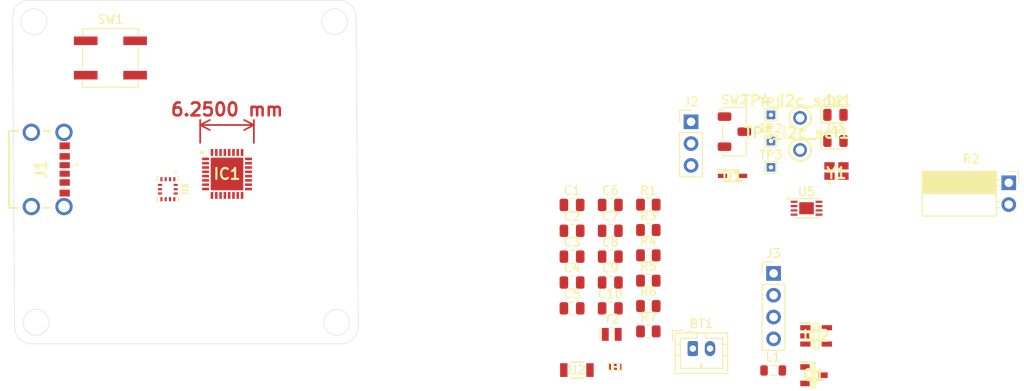
<source format=kicad_pcb>
(kicad_pcb (version 20240108) (generator "pcbnew") (generator_version "8.0")
  (layers (0 "F.Cu" signal) (31 "B.Cu" signal) (34 "B.Paste" user) (35 "F.Paste" user) (36 "B.SilkS" user "B.Silkscreen") (37 "F.SilkS" user "F.Silkscreen") (38 "B.Mask" user) (39 "F.Mask" user) (44 "Edge.Cuts" user))
  (net 0 "")
  (net 1 "GND")
  (net 2 "/VBAT+")
  (net 3 "/RCC_OSC32_IN")
  (net 4 "/RCC_OSC32_OUT")
  (net 5 "/NRST")
  (net 6 "/RF1")
  (net 7 "Net-(U1-IN)")
  (net 8 "Net-(D1-K)")
  (net 9 "Net-(IC1-VCAP)")
  (net 10 "+3.3V")
  (net 11 "/VBUS")
  (net 12 "Net-(D2-A)")
  (net 13 "Net-(D3-A)")
  (net 14 "/USART1_RX")
  (net 15 "/INT1")
  (net 17 "/LPUSART1_RX")
  (net 18 "/LED0")
  (net 19 "/LED1")
  (net 20 "/OSCIN")
  (net 22 "/STAT")
  (net 23 "/USART1_TX")
  (net 24 "/SWDIO")
  (net 26 "/OSCOUT")
  (net 27 "/ADC1_P")
  (net 28 "/SWCLK")
  (net 29 "/LPUSART1_TX")
  (net 30 "/I2C1_SDA")
  (net 32 "/I2C1_SCL")
  (net 33 "Net-(IC2-EN)")
  (net 36 "Net-(J1-CC2)")
  (net 38 "Net-(J1-CC1)")
  (net 41 "Net-(U5-PROG)")
  (net 42 "Net-(U1-OUT)")
  (footprint "A_wearables:DLF-4_1P6X0P8" (layer "F.Cu") (at 129.9657 97.5493)
    (property "Reference" "U1" (at 0 0 0) (layer "F.SilkS"))
    (property "Value" "DLF162500LT-5028A1")
    (pad "1" smd rect (at -0.6096 0) (size 0.2794 0.7112) (layers "F.Cu" "F.Paste" "F.Mask") (net 7 "Net-(U1-IN)"))
    (pad "2" smd rect (at 0 -0.2286 90) (size 0.254 0.4572) (layers "F.Cu" "F.Paste" "F.Mask") (net 1 "GND"))
    (pad "3" smd rect (at 0.6096 0) (size 0.2794 0.7112) (layers "F.Cu" "F.Paste" "F.Mask") (net 42 "Net-(U1-OUT)"))
    (pad "4" smd rect (at 0 0.2286 90) (size 0.254 0.4572) (layers "F.Cu" "F.Paste" "F.Mask") (net 1 "GND"))
  )
  (footprint "Resistor_SMD:R_0805_2012Metric" (layer "F.Cu") (at 133.845 78.675)
    (property "Reference" "R1" (at 0 -1.65 0) (layer "F.SilkS"))
    (property "Value" "10k")
    (fp_line (start -0.227064 -0.735) (end 0.227064 -0.735) (stroke (width 0.12)) (layer "F.SilkS"))
    (fp_line (start -0.227064 0.735) (end 0.227064 0.735) (stroke (width 0.12)) (layer "F.SilkS"))
    (pad "1" smd roundrect (at -0.9125 0) (size 1.025 1.4) (layers "F.Cu" "F.Paste" "F.Mask") (roundrect_rratio 0.243902) (net 10 "+3.3V"))
    (pad "2" smd roundrect (at 0.9125 0) (size 1.025 1.4) (layers "F.Cu" "F.Paste" "F.Mask") (roundrect_rratio 0.243902) (net 27 "/ADC1_P"))
  )
  (footprint "Connector_PinHeader_2.54mm:PinHeader_1x04_P2.54mm_Vertical" (layer "F.Cu") (at 148.425 86.675)
    (property "Reference" "J3" (at 0 -2.33 0) (layer "F.SilkS"))
    (property "Value" "Conn_01x04")
    (fp_line (start -1.33 -1.33) (end 0 -1.33) (stroke (width 0.12)) (layer "F.SilkS"))
    (fp_line (start -1.33 0) (end -1.33 -1.33) (stroke (width 0.12)) (layer "F.SilkS"))
    (fp_line (start -1.33 1.27) (end -1.33 8.95) (stroke (width 0.12)) (layer "F.SilkS"))
    (fp_line (start -1.33 1.27) (end 1.33 1.27) (stroke (width 0.12)) (layer "F.SilkS"))
    (fp_line (start -1.33 8.95) (end 1.33 8.95) (stroke (width 0.12)) (layer "F.SilkS"))
    (fp_line (start 1.33 1.27) (end 1.33 8.95) (stroke (width 0.12)) (layer "F.SilkS"))
    (pad "1" thru_hole rect (at 0 0) (size 1.7 1.7) (drill 1) (layers "*.Cu" "*.Mask") (net 24 "/SWDIO"))
    (pad "2" thru_hole oval (at 0 2.54) (size 1.7 1.7) (drill 1) (layers "*.Cu" "*.Mask") (net 28 "/SWCLK"))
    (pad "3" thru_hole oval (at 0 5.08) (size 1.7 1.7) (drill 1) (layers "*.Cu" "*.Mask") (net 10 "+3.3V"))
    (pad "4" thru_hole oval (at 0 7.62) (size 1.7 1.7) (drill 1) (layers "*.Cu" "*.Mask") (net 1 "GND"))
  )
  (footprint "A_wearables:5000" (layer "F.Cu") (at 151.51 72.31)
    (property "Reference" "TP5_i2c_scl1" (at -0.392 -1.99 0) (layer "F.SilkS") (effects (font (size 1.27 1.27) (thickness 0.254))))
    (property "Value" "TestPoint" (hide yes))
    (fp_circle (center 0 0) (end 0 1.27) (stroke (width 0.2)) (fill none) (layer "F.SilkS"))
    (pad "1" thru_hole circle (at 0 0) (size 1.6 1.6) (drill 1.02) (layers "*.Cu" "*.Mask") (net 32 "/I2C1_SCL"))
  )
  (footprint "LED_SMD:LED_0805_2012Metric" (layer "F.Cu") (at 155.625 68.22)
    (property "Reference" "D2" (at 0 -1.65 0) (layer "F.SilkS"))
    (property "Value" "LED")
    (fp_line (start -1.685 -0.96) (end -1.685 0.96) (stroke (width 0.12)) (layer "F.SilkS"))
    (fp_line (start -1.685 0.96) (end 1 0.96) (stroke (width 0.12)) (layer "F.SilkS"))
    (fp_line (start 1 -0.96) (end -1.685 -0.96) (stroke (width 0.12)) (layer "F.SilkS"))
    (pad "1" smd roundrect (at -0.9375 0) (size 0.975 1.4) (layers "F.Cu" "F.Paste" "F.Mask") (net 1 "GND"))
    (pad "2" smd roundrect (at 0.9375 0) (size 0.975 1.4) (layers "F.Cu" "F.Paste" "F.Mask") (net 12 "Net-(D2-A)"))
  )
  (footprint "Capacitor_SMD:C_0805_2012Metric" (layer "F.Cu") (at 129.415 81.715)
    (property "Reference" "C7" (at 0 -1.68 0) (layer "F.SilkS"))
    (property "Value" "0.1uF")
    (fp_line (start -0.261252 -0.735) (end 0.261252 -0.735) (stroke (width 0.12)) (layer "F.SilkS"))
    (fp_line (start -0.261252 0.735) (end 0.261252 0.735) (stroke (width 0.12)) (layer "F.SilkS"))
    (pad "1" smd roundrect (at -0.95 0) (size 1 1.45) (layers "F.Cu" "F.Paste" "F.Mask") (net 1 "GND"))
    (pad "2" smd roundrect (at 0.95 0) (size 1 1.45) (layers "F.Cu" "F.Paste" "F.Mask") (net 9 "Net-(IC1-VCAP)"))
  )
  (footprint "Connector_PinSocket_2.54mm:PinSocket_1x02_P2.54mm_Horizontal" (layer "F.Cu") (at 175.8 76.125)
    (property "Reference" "R2" (at -4.38 -2.77 0) (layer "F.SilkS"))
    (property "Value" "R_Variable")
    (fp_line (start -10.09 -1.33) (end -10.09 3.87) (stroke (width 0.12)) (layer "F.SilkS"))
    (fp_line (start -10.09 -1.33) (end -1.46 -1.33) (stroke (width 0.12)) (layer "F.SilkS"))
    (fp_line (start -10.09 -1.21) (end -1.46 -1.21) (stroke (width 0.12)) (layer "F.SilkS"))
    (fp_line (start -10.09 -1.091905) (end -1.46 -1.091905) (stroke (width 0.12)) (layer "F.SilkS"))
    (fp_line (start -10.09 -0.97381) (end -1.46 -0.97381) (stroke (width 0.12)) (layer "F.SilkS"))
    (fp_line (start -10.09 -0.855715) (end -1.46 -0.855715) (stroke (width 0.12)) (layer "F.SilkS"))
    (fp_line (start -10.09 -0.73762) (end -1.46 -0.73762) (stroke (width 0.12)) (layer "F.SilkS"))
    (fp_line (start -10.09 -0.619525) (end -1.46 -0.619525) (stroke (width 0.12)) (layer "F.SilkS"))
    (fp_line (start -10.09 -0.50143) (end -1.46 -0.50143) (stroke (width 0.12)) (layer "F.SilkS"))
    (fp_line (start -10.09 -0.383335) (end -1.46 -0.383335) (stroke (width 0.12)) (layer "F.SilkS"))
    (fp_line (start -10.09 -0.26524) (end -1.46 -0.26524) (stroke (width 0.12)) (layer "F.SilkS"))
    (fp_line (start -10.09 -0.147145) (end -1.46 -0.147145) (stroke (width 0.12)) (layer "F.SilkS"))
    (fp_line (start -10.09 -0.02905) (end -1.46 -0.02905) (stroke (width 0.12)) (layer "F.SilkS"))
    (fp_line (start -10.09 0.089045) (end -1.46 0.089045) (stroke (width 0.12)) (layer "F.SilkS"))
    (fp_line (start -10.09 0.20714) (end -1.46 0.20714) (stroke (width 0.12)) (layer "F.SilkS"))
    (fp_line (start -10.09 0.325235) (end -1.46 0.325235) (stroke (width 0.12)) (layer "F.SilkS"))
    (fp_line (start -10.09 0.44333) (end -1.46 0.44333) (stroke (width 0.12)) (layer "F.SilkS"))
    (fp_line (start -10.09 0.561425) (end -1.46 0.561425) (stroke (width 0.12)) (layer "F.SilkS"))
    (fp_line (start -10.09 0.67952) (end -1.46 0.67952) (stroke (width 0.12)) (layer "F.SilkS"))
    (fp_line (start -10.09 0.797615) (end -1.46 0.797615) (stroke (width 0.12)) (layer "F.SilkS"))
    (fp_line (start -10.09 0.91571) (end -1.46 0.91571) (stroke (width 0.12)) (layer "F.SilkS"))
    (fp_line (start -10.09 1.033805) (end -1.46 1.033805) (stroke (width 0.12)) (layer "F.SilkS"))
    (fp_line (start -10.09 1.1519) (end -1.46 1.1519) (stroke (width 0.12)) (layer "F.SilkS"))
    (fp_line (start -10.09 1.27) (end -1.46 1.27) (stroke (width 0.12)) (layer "F.SilkS"))
    (fp_line (start -10.09 3.87) (end -1.46 3.87) (stroke (width 0.12)) (layer "F.SilkS"))
    (fp_line (start -1.46 -1.33) (end -1.46 3.87) (stroke (width 0.12)) (layer "F.SilkS"))
    (fp_line (start -1.46 -0.36) (end -1.11 -0.36) (stroke (width 0.12)) (layer "F.SilkS"))
    (fp_line (start -1.46 0.36) (end -1.11 0.36) (stroke (width 0.12)) (layer "F.SilkS"))
    (fp_line (start -1.46 2.18) (end -1.05 2.18) (stroke (width 0.12)) (layer "F.SilkS"))
    (fp_line (start -1.46 2.9) (end -1.05 2.9) (stroke (width 0.12)) (layer "F.SilkS"))
    (fp_line (start 0 -1.33) (end 1.11 -1.33) (stroke (width 0.12)) (layer "F.SilkS"))
    (fp_line (start 1.11 -1.33) (end 1.11 0) (stroke (width 0.12)) (layer "F.SilkS"))
    (pad "1" thru_hole rect (at 0 0) (size 1.7 1.7) (drill 1) (layers "*.Cu" "*.Mask") (net 27 "/ADC1_P"))
    (pad "2" thru_hole oval (at 0 2.54) (size 1.7 1.7) (drill 1) (layers "*.Cu" "*.Mask") (net 1 "GND"))
  )
  (footprint "Resistor_SMD:R_0805_2012Metric" (layer "F.Cu") (at 133.845 90.475)
    (property "Reference" "R6" (at 0 -1.65 0) (layer "F.SilkS"))
    (property "Value" "300")
    (fp_line (start -0.227064 -0.735) (end 0.227064 -0.735) (stroke (width 0.12)) (layer "F.SilkS"))
    (fp_line (start -0.227064 0.735) (end 0.227064 0.735) (stroke (width 0.12)) (layer "F.SilkS"))
    (pad "1" smd roundrect (at -0.9125 0) (size 1.025 1.4) (layers "F.Cu" "F.Paste" "F.Mask") (roundrect_rratio 0.243902) (net 19 "/LED1"))
    (pad "2" smd roundrect (at 0.9125 0) (size 1.025 1.4) (layers "F.Cu" "F.Paste" "F.Mask") (roundrect_rratio 0.243902) (net 12 "Net-(D2-A)"))
  )
  (footprint "Capacitor_SMD:C_0805_2012Metric" (layer "F.Cu") (at 129.415 90.745)
    (property "Reference" "C10" (at 0 -1.68 0) (layer "F.SilkS"))
    (property "Value" "0.1uF")
    (fp_line (start -0.261252 -0.735) (end 0.261252 -0.735) (stroke (width 0.12)) (layer "F.SilkS"))
    (fp_line (start -0.261252 0.735) (end 0.261252 0.735) (stroke (width 0.12)) (layer "F.SilkS"))
    (pad "1" smd roundrect (at -0.95 0) (size 1 1.45) (layers "F.Cu" "F.Paste" "F.Mask") (net 10 "+3.3V"))
    (pad "2" smd roundrect (at 0.95 0) (size 1 1.45) (layers "F.Cu" "F.Paste" "F.Mask") (net 1 "GND"))
  )
  (footprint "Button_Switch_SMD:SW_SPST_B3SL-1002P" (layer "F.Cu") (at 71.225 61.6)
    (property "Reference" "SW1" (at 0 -4.5 0) (layer "F.SilkS"))
    (property "Value" "Reset")
    (fp_line (start -3.25 -3.4) (end -3.25 -2.75) (stroke (width 0.12)) (layer "F.SilkS"))
    (fp_line (start -3.25 -1.25) (end -3.25 1.25) (stroke (width 0.12)) (layer "F.SilkS"))
    (fp_line (start -3.25 3.4) (end -3.25 2.75) (stroke (width 0.12)) (layer "F.SilkS"))
    (fp_line (start 3.25 -3.4) (end -3.25 -3.4) (stroke (width 0.12)) (layer "F.SilkS"))
    (fp_line (start 3.25 -2.75) (end 3.25 -3.4) (stroke (width 0.12)) (layer "F.SilkS"))
    (fp_line (start 3.25 -1.25) (end 3.25 1.25) (stroke (width 0.12)) (layer "F.SilkS"))
    (fp_line (start 3.25 2.75) (end 3.25 3.4) (stroke (width 0.12)) (layer "F.SilkS"))
    (fp_line (start 3.25 3.4) (end -3.25 3.4) (stroke (width 0.12)) (layer "F.SilkS"))
    (pad "1" smd rect (at -2.875 -2) (size 2.75 1) (layers "F.Cu" "F.Paste" "F.Mask") (net 5 "/NRST"))
    (pad "1" smd rect (at 2.875 -2) (size 2.75 1) (layers "F.Cu" "F.Paste" "F.Mask") (net 5 "/NRST"))
    (pad "2" smd rect (at -2.875 2) (size 2.75 1) (layers "F.Cu" "F.Paste" "F.Mask") (net 1 "GND"))
    (pad "2" smd rect (at 2.875 2) (size 2.75 1) (layers "F.Cu" "F.Paste" "F.Mask") (net 1 "GND"))
  )
  (footprint "Connector_PinHeader_2.54mm:PinHeader_1x03_P2.54mm_Vertical" (layer "F.Cu") (at 138.815 69.025)
    (property "Reference" "J2" (at 0 -2.33 0) (layer "F.SilkS"))
    (property "Value" "Conn_01x03")
    (fp_line (start -1.33 -1.33) (end 0 -1.33) (stroke (width 0.12)) (layer "F.SilkS"))
    (fp_line (start -1.33 0) (end -1.33 -1.33) (stroke (width 0.12)) (layer "F.SilkS"))
    (fp_line (start -1.33 1.27) (end -1.33 6.41) (stroke (width 0.12)) (layer "F.SilkS"))
    (fp_line (start -1.33 1.27) (end 1.33 1.27) (stroke (width 0.12)) (layer "F.SilkS"))
    (fp_line (start -1.33 6.41) (end 1.33 6.41) (stroke (width 0.12)) (layer "F.SilkS"))
    (fp_line (start 1.33 1.27) (end 1.33 6.41) (stroke (width 0.12)) (layer "F.SilkS"))
    (pad "1" thru_hole rect (at 0 0) (size 1.7 1.7) (drill 1) (layers "*.Cu" "*.Mask") (net 23 "/USART1_TX"))
    (pad "2" thru_hole oval (at 0 2.54) (size 1.7 1.7) (drill 1) (layers "*.Cu" "*.Mask") (net 14 "/USART1_RX"))
    (pad "3" thru_hole oval (at 0 5.08) (size 1.7 1.7) (drill 1) (layers "*.Cu" "*.Mask") (net 1 "GND"))
  )
  (footprint "Resistor_SMD:R_0805_2012Metric" (layer "F.Cu") (at 133.845 84.575)
    (property "Reference" "R4" (at 0 -1.65 0) (layer "F.SilkS"))
    (property "Value" "5.1k")
    (fp_line (start -0.227064 -0.735) (end 0.227064 -0.735) (stroke (width 0.12)) (layer "F.SilkS"))
    (fp_line (start -0.227064 0.735) (end 0.227064 0.735) (stroke (width 0.12)) (layer "F.SilkS"))
    (pad "1" smd roundrect (at -0.9125 0) (size 1.025 1.4) (layers "F.Cu" "F.Paste" "F.Mask") (roundrect_rratio 0.243902) (net 38 "Net-(J1-CC1)"))
    (pad "2" smd roundrect (at 0.9125 0) (size 1.025 1.4) (layers "F.Cu" "F.Paste" "F.Mask") (roundrect_rratio 0.243902) (net 1 "GND"))
  )
  (footprint "Connector_JST:JST_PH_B2B-PH-K_1x02_P2.00mm_Vertical" (layer "F.Cu") (at 139.025 95.425)
    (property "Reference" "BT1" (at 1 -2.9 0) (layer "F.SilkS"))
    (property "Value" "Battery_Cell")
    (fp_line (start -2.36 -2.11) (end -2.36 -0.86) (stroke (width 0.12)) (layer "F.SilkS"))
    (fp_line (start -2.06 -1.81) (end -2.06 2.91) (stroke (width 0.12)) (layer "F.SilkS"))
    (fp_line (start -2.06 -0.5) (end -1.45 -0.5) (stroke (width 0.12)) (layer "F.SilkS"))
    (fp_line (start -2.06 0.8) (end -1.45 0.8) (stroke (width 0.12)) (layer "F.SilkS"))
    (fp_line (start -2.06 2.91) (end 4.06 2.91) (stroke (width 0.12)) (layer "F.SilkS"))
    (fp_line (start -1.45 -1.2) (end -1.45 2.3) (stroke (width 0.12)) (layer "F.SilkS"))
    (fp_line (start -1.45 2.3) (end 3.45 2.3) (stroke (width 0.12)) (layer "F.SilkS"))
    (fp_line (start -1.11 -2.11) (end -2.36 -2.11) (stroke (width 0.12)) (layer "F.SilkS"))
    (fp_line (start -0.6 -2.01) (end -0.6 -1.81) (stroke (width 0.12)) (layer "F.SilkS"))
    (fp_line (start -0.3 -2.01) (end -0.6 -2.01) (stroke (width 0.12)) (layer "F.SilkS"))
    (fp_line (start -0.3 -1.91) (end -0.6 -1.91) (stroke (width 0.12)) (layer "F.SilkS"))
    (fp_line (start -0.3 -1.81) (end -0.3 -2.01) (stroke (width 0.12)) (layer "F.SilkS"))
    (fp_line (start 0.5 -1.81) (end 0.5 -1.2) (stroke (width 0.12)) (layer "F.SilkS"))
    (fp_line (start 0.5 -1.2) (end -1.45 -1.2) (stroke (width 0.12)) (layer "F.SilkS"))
    (fp_line (start 0.9 1.8) (end 1.1 1.8) (stroke (width 0.12)) (layer "F.SilkS"))
    (fp_line (start 0.9 2.3) (end 0.9 1.8) (stroke (width 0.12)) (layer "F.SilkS"))
    (fp_line (start 1 2.3) (end 1 1.8) (stroke (width 0.12)) (layer "F.SilkS"))
    (fp_line (start 1.1 1.8) (end 1.1 2.3) (stroke (width 0.12)) (layer "F.SilkS"))
    (fp_line (start 1.5 -1.2) (end 1.5 -1.81) (stroke (width 0.12)) (layer "F.SilkS"))
    (fp_line (start 3.45 -1.2) (end 1.5 -1.2) (stroke (width 0.12)) (layer "F.SilkS"))
    (fp_line (start 3.45 2.3) (end 3.45 -1.2) (stroke (width 0.12)) (layer "F.SilkS"))
    (fp_line (start 4.06 -1.81) (end -2.06 -1.81) (stroke (width 0.12)) (layer "F.SilkS"))
    (fp_line (start 4.06 -0.5) (end 3.45 -0.5) (stroke (width 0.12)) (layer "F.SilkS"))
    (fp_line (start 4.06 0.8) (end 3.45 0.8) (stroke (width 0.12)) (layer "F.SilkS"))
    (fp_line (start 4.06 2.91) (end 4.06 -1.81) (stroke (width 0.12)) (layer "F.SilkS"))
    (pad "1" thru_hole roundrect (at 0 0) (size 1.2 1.75) (drill 0.75) (layers "*.Cu" "*.Mask") (roundrect_rratio 0.208333) (net 2 "/VBAT+"))
    (pad "2" thru_hole oval (at 2 0) (size 1.2 1.75) (drill 0.75) (layers "*.Cu" "*.Mask") (net 1 "GND"))
  )
  (footprint "Crystal:Crystal_SMD_MicroCrystal_CC8V-T1A-2Pin_2.0x1.2mm" (layer "F.Cu") (at 129.585 93.775)
    (property "Reference" "Y2" (at 0 -1.8 0) (layer "F.SilkS"))
    (property "Value" "Crystal")
    (fp_line (start -1.35 -0.75) (end -1.35 0.75) (stroke (width 0.12)) (layer "F.SilkS"))
    (fp_line (start -0.15 -0.8) (end 0.15 -0.8) (stroke (width 0.12)) (layer "F.SilkS"))
    (fp_line (start -0.15 0.8) (end 0.15 0.8) (stroke (width 0.12)) (layer "F.SilkS"))
    (pad "1" smd rect (at -0.75 0) (size 0.8 1.5) (layers "F.Cu" "F.Paste" "F.Mask") (net 3 "/RCC_OSC32_IN"))
    (pad "2" smd rect (at 0.75 0) (size 0.8 1.5) (layers "F.Cu" "F.Paste" "F.Mask") (net 4 "/RCC_OSC32_OUT"))
  )
  (footprint "TestPoint:TestPoint_THTPad_1.0x1.0mm_Drill0.5mm" (layer "F.Cu") (at 148.115 74.325)
    (property "Reference" "TP3" (at 0 -1.448 0) (layer "F.SilkS"))
    (property "Value" "TestPoint")
    (fp_line (start -0.7 -0.7) (end 0.7 -0.7) (stroke (width 0.12)) (layer "F.SilkS"))
    (fp_line (start -0.7 0.7) (end -0.7 -0.7) (stroke (width 0.12)) (layer "F.SilkS"))
    (fp_line (start 0.7 -0.7) (end 0.7 0.7) (stroke (width 0.12)) (layer "F.SilkS"))
    (fp_line (start 0.7 0.7) (end -0.7 0.7) (stroke (width 0.12)) (layer "F.SilkS"))
    (pad "1" thru_hole rect (at 0 0) (size 1 1) (drill 0.5) (layers "*.Cu" "*.Mask") (net 8 "Net-(D1-K)"))
  )
  (footprint "Resistor_SMD:R_0805_2012Metric" (layer "F.Cu") (at 133.845 93.425)
    (property "Reference" "R7" (at 0 -1.65 0) (layer "F.SilkS"))
    (property "Value" "300")
    (fp_line (start -0.227064 -0.735) (end 0.227064 -0.735) (stroke (width 0.12)) (layer "F.SilkS"))
    (fp_line (start -0.227064 0.735) (end 0.227064 0.735) (stroke (width 0.12)) (layer "F.SilkS"))
    (pad "1" smd roundrect (at -0.9125 0) (size 1.025 1.4) (layers "F.Cu" "F.Paste" "F.Mask") (roundrect_rratio 0.243902) (net 18 "/LED0"))
    (pad "2" smd roundrect (at 0.9125 0) (size 1.025 1.4) (layers "F.Cu" "F.Paste" "F.Mask") (roundrect_rratio 0.243902) (net 13 "Net-(D3-A)"))
  )
  (footprint "Capacitor_SMD:C_0805_2012Metric" (layer "F.Cu") (at 129.415 84.725)
    (property "Reference" "C8" (at 0 -1.68 0) (layer "F.SilkS"))
    (property "Value" "4.7uF")
    (fp_line (start -0.261252 -0.735) (end 0.261252 -0.735) (stroke (width 0.12)) (layer "F.SilkS"))
    (fp_line (start -0.261252 0.735) (end 0.261252 0.735) (stroke (width 0.12)) (layer "F.SilkS"))
    (pad "1" smd roundrect (at -0.95 0) (size 1 1.45) (layers "F.Cu" "F.Paste" "F.Mask") (net 10 "+3.3V"))
    (pad "2" smd roundrect (at 0.95 0) (size 1 1.45) (layers "F.Cu" "F.Paste" "F.Mask") (net 1 "GND"))
  )
  (footprint "LED_SMD:LED_0805_2012Metric" (layer "F.Cu") (at 155.625 71.26)
    (property "Reference" "D3" (at 0 -1.65 0) (layer "F.SilkS"))
    (property "Value" "LED")
    (fp_line (start -1.685 -0.96) (end -1.685 0.96) (stroke (width 0.12)) (layer "F.SilkS"))
    (fp_line (start -1.685 0.96) (end 1 0.96) (stroke (width 0.12)) (layer "F.SilkS"))
    (fp_line (start 1 -0.96) (end -1.685 -0.96) (stroke (width 0.12)) (layer "F.SilkS"))
    (pad "1" smd roundrect (at -0.9375 0) (size 0.975 1.4) (layers "F.Cu" "F.Paste" "F.Mask") (net 1 "GND"))
    (pad "2" smd roundrect (at 0.9375 0) (size 0.975 1.4) (layers "F.Cu" "F.Paste" "F.Mask") (net 13 "Net-(D3-A)"))
  )
  (footprint "Resistor_SMD:R_0805_2012Metric" (layer "F.Cu") (at 133.845 81.625)
    (property "Reference" "R3" (at 0 -1.65 0) (layer "F.SilkS"))
    (property "Value" "10k")
    (fp_line (start -0.227064 -0.735) (end 0.227064 -0.735) (stroke (width 0.12)) (layer "F.SilkS"))
    (fp_line (start -0.227064 0.735) (end 0.227064 0.735) (stroke (width 0.12)) (layer "F.SilkS"))
    (pad "1" smd roundrect (at -0.9125 0) (size 1.025 1.4) (layers "F.Cu" "F.Paste" "F.Mask") (roundrect_rratio 0.243902) (net 41 "Net-(U5-PROG)"))
    (pad "2" smd roundrect (at 0.9125 0) (size 1.025 1.4) (layers "F.Cu" "F.Paste" "F.Mask") (roundrect_rratio 0.243902) (net 1 "GND"))
  )
  (footprint "A_wearables:2450AT18A100E_JOT" (layer "F.Cu") (at 125.525801 97.9303)
    (property "Reference" "U2" (at 0 0 0) (layer "F.SilkS"))
    (property "Value" "2450AT18A100E")
    (fp_line (start -0.784451 0.9271) (end 0.784451 0.9271) (stroke (width 0.1524)) (layer "F.SilkS"))
    (fp_line (start 0.784451 -0.9271) (end -0.784451 -0.9271) (stroke (width 0.1524)) (layer "F.SilkS"))
    (pad "1" smd rect (at -1.523801 0) (size 0.8636 1.6002) (layers "F.Cu" "F.Paste" "F.Mask") (net 42 "Net-(U1-OUT)"))
    (pad "2" smd rect (at 1.523801 0) (size 0.8636 1.6002) (layers "F.Cu" "F.Paste" "F.Mask"))
  )
  (footprint "Capacitor_SMD:C_0805_2012Metric" (layer "F.Cu") (at 124.965 87.735)
    (property "Reference" "C4" (at 0 -1.68 0) (layer "F.SilkS"))
    (property "Value" "0.8pF")
    (fp_line (start -0.261252 -0.735) (end 0.261252 -0.735) (stroke (width 0.12)) (layer "F.SilkS"))
    (fp_line (start -0.261252 0.735) (end 0.261252 0.735) (stroke (width 0.12)) (layer "F.SilkS"))
    (pad "1" smd roundrect (at -0.95 0) (size 1 1.45) (layers "F.Cu" "F.Paste" "F.Mask") (net 6 "/RF1"))
    (pad "2" smd roundrect (at 0.95 0) (size 1 1.45) (layers "F.Cu" "F.Paste" "F.Mask") (net 1 "GND"))
  )
  (footprint "A_wearables:2171750001" (layer "F.Cu") (at 62.8725 74.575 -90)
    (property "Reference" "J1" (at 0 -0.252 90) (layer "F.SilkS") (effects (font (size 1.27 1.27) (thickness 0.254))))
    (property "Value" "217175-0001" (hide yes))
    (fp_line (start -4.47 3.45) (end 4.47 3.45) (stroke (width 0.2)) (layer "F.SilkS"))
    (fp_line (start 4.47 3.45) (end 4.47 2.4) (stroke (width 0.2)) (layer "F.SilkS"))
    (fp_line (start -4.47 2.4) (end -4.47 3.45) (stroke (width 0.2)) (layer "F.SilkS"))
    (fp_line (start -4.47 -1.4) (end -4.47 -0.6) (stroke (width 0.2)) (layer "F.SilkS"))
    (fp_line (start 4.47 -1.4) (end 4.47 -0.6) (stroke (width 0.2)) (layer "F.SilkS"))
    (fp_line (start -0.5 -4.4) (end -0.5 -4.4) (stroke (width 0.2)) (layer "F.SilkS"))
    (fp_line (start -0.5 -4.5) (end -0.5 -4.5) (stroke (width 0.2)) (layer "F.SilkS"))
    (fp_line (start -0.5 -4.5) (end -0.5 -4.5) (stroke (width 0.2)) (layer "F.SilkS"))
    (fp_arc (start -0.5 -4.4) (mid -0.55 -4.45) (end -0.5 -4.5) (stroke (width 0.2)) (layer "F.SilkS"))
    (fp_arc (start -0.5 -4.4) (mid -0.55 -4.45) (end -0.5 -4.5) (stroke (width 0.2)) (layer "F.SilkS"))
    (fp_arc (start -0.5 -4.5) (mid -0.45 -4.45) (end -0.5 -4.4) (stroke (width 0.2)) (layer "F.SilkS"))
    (pad "A5" smd rect (at -0.5 -3.03 270) (size 0.7 1.2) (layers "F.Cu" "F.Paste" "F.Mask") (net 38 "Net-(J1-CC1)"))
    (pad "A9" smd rect (at 1.52 -3.03 270) (size 0.76 1.2) (layers "F.Cu" "F.Paste" "F.Mask") (net 11 "/VBUS"))
    (pad "A12" smd rect (at 2.75 -3.03 270) (size 0.8 1.2) (layers "F.Cu" "F.Paste" "F.Mask") (net 1 "GND"))
    (pad "B5" smd rect (at 0.5 -3.03 270) (size 0.7 1.2) (layers "F.Cu" "F.Paste" "F.Mask") (net 36 "Net-(J1-CC2)"))
    (pad "B9" smd rect (at -1.52 -3.03 270) (size 0.76 1.2) (layers "F.Cu" "F.Paste" "F.Mask") (net 11 "/VBUS"))
    (pad "B12" smd rect (at -2.75 -3.03 270) (size 0.8 1.2) (layers "F.Cu" "F.Paste" "F.Mask") (net 1 "GND"))
    (pad "MH1" thru_hole circle (at -4.32 0.85 270) (size 2.01 2.01) (drill 1.34) (layers "*.Cu" "*.Mask"))
    (pad "MH2" thru_hole circle (at 4.32 0.85 270) (size 2.01 2.01) (drill 1.34) (layers "*.Cu" "*.Mask"))
    (pad "MH3" thru_hole circle (at -4.32 -2.95 270) (size 2.01 2.01) (drill 1.34) (layers "*.Cu" "*.Mask"))
    (pad "MH4" thru_hole circle (at 4.32 -2.95 270) (size 2.01 2.01) (drill 1.34) (layers "*.Cu" "*.Mask"))
  )
  (footprint "A_wearables:XDCR_BMI270" (layer "F.Cu") (at 77.9125 76.875 -90)
    (property "Reference" "U3" (at -0.008 -2.0314 90) (layer "F.SilkS") (effects (font (size 0.64 0.64))))
    (property "Value" "BMI270")
    (fp_line (start -1.5 1.25) (end -0.945 1.25) (stroke (width 0.127)) (layer "F.SilkS"))
    (fp_line (start 0.945 1.25) (end 1.5 1.25) (stroke (width 0.127)) (layer "F.SilkS"))
    (fp_line (start -1.5 1.195) (end -1.5 1.25) (stroke (width 0.127)) (layer "F.SilkS"))
    (fp_line (start 1.5 1.195) (end 1.5 1.25) (stroke (width 0.127)) (layer "F.SilkS"))
    (fp_line (start -1.5 -1.25) (end -1.5 -1.195) (stroke (width 0.127)) (layer "F.SilkS"))
    (fp_line (start -1.5 -1.25) (end -0.945 -1.25) (stroke (width 0.127)) (layer "F.SilkS"))
    (fp_line (start 0.945 -1.25) (end 1.5 -1.25) (stroke (width 0.127)) (layer "F.SilkS"))
    (fp_line (start 1.5 -1.25) (end 1.5 -1.195) (stroke (width 0.127)) (layer "F.SilkS"))
    (fp_circle (center -2 -0.9) (end -1.925 -0.9) (stroke (width 0.15)) (fill none) (layer "F.SilkS"))
    (pad "1" smd rect (at -1.1625 -0.75 270) (size 0.475 0.25) (layers "F.Cu" "F.Paste" "F.Mask"))
    (pad "2" smd rect (at -1.1625 -0.25 270) (size 0.475 0.25) (layers "F.Cu" "F.Paste" "F.Mask"))
    (pad "3" smd rect (at -1.1625 0.25 270) (size 0.475 0.25) (layers "F.Cu" "F.Paste" "F.Mask"))
    (pad "4" smd rect (at -1.1625 0.75 270) (size 0.475 0.25) (layers "F.Cu" "F.Paste" "F.Mask") (net 15 "/INT1"))
    (pad "5" smd rect (at -0.5 0.9125 270) (size 0.25 0.475) (layers "F.Cu" "F.Paste" "F.Mask") (net 10 "+3.3V"))
    (pad "6" smd rect (at 0 0.9125 270) (size 0.25 0.475) (layers "F.Cu" "F.Paste" "F.Mask") (net 1 "GND"))
    (pad "7" smd rect (at 0.5 0.9125 270) (size 0.25 0.475) (layers "F.Cu" "F.Paste" "F.Mask") (net 1 "GND"))
    (pad "8" smd rect (at 1.1625 0.75 270) (size 0.475 0.25) (layers "F.Cu" "F.Paste" "F.Mask") (net 10 "+3.3V"))
    (pad "9" smd rect (at 1.1625 0.25 270) (size 0.475 0.25) (layers "F.Cu" "F.Paste" "F.Mask"))
    (pad "10" smd rect (at 1.1625 -0.25 270) (size 0.475 0.25) (layers "F.Cu" "F.Paste" "F.Mask"))
    (pad "11" smd rect (at 1.1625 -0.75 270) (size 0.475 0.25) (layers "F.Cu" "F.Paste" "F.Mask"))
    (pad "12" smd rect (at 0.5 -0.9125 270) (size 0.25 0.475) (layers "F.Cu" "F.Paste" "F.Mask"))
    (pad "13" smd rect (at 0 -0.9125 270) (size 0.25 0.475) (layers "F.Cu" "F.Paste" "F.Mask") (net 32 "/I2C1_SCL"))
    (pad "14" smd rect (at -0.5 -0.9125 270) (size 0.25 0.475) (layers "F.Cu" "F.Paste" "F.Mask") (net 30 "/I2C1_SDA"))
  )
  (footprint "A_wearables:SOT95P280X145-5N" (layer "F.Cu") (at 153.375 93.95)
    (property "Reference" "IC2" (at 0 0 0) (layer "F.SilkS") (effects (font (size 1.27 1.27) (thickness 0.254))))
    (property "Value" "TPS7A0228PDBVR" (hide yes))
    (fp_line (start -1.85 -1.5) (end -0.65 -1.5) (stroke (width 0.2)) (layer "F.SilkS"))
    (fp_line (start -0.3 -1.45) (end 0.3 -1.45) (stroke (width 0.2)) (layer "F.SilkS"))
    (fp_line (start -0.3 1.45) (end -0.3 -1.45) (stroke (width 0.2)) (layer "F.SilkS"))
    (fp_line (start 0.3 -1.45) (end 0.3 1.45) (stroke (width 0.2)) (layer "F.SilkS"))
    (fp_line (start 0.3 1.45) (end -0.3 1.45) (stroke (width 0.2)) (layer "F.SilkS"))
    (pad "1" smd rect (at -1.25 -0.95 90) (size 0.6 1.2) (layers "F.Cu" "F.Paste" "F.Mask") (net 33 "Net-(IC2-EN)"))
    (pad "2" smd rect (at -1.25 0 90) (size 0.6 1.2) (layers "F.Cu" "F.Paste" "F.Mask") (net 1 "GND"))
    (pad "3" smd rect (at -1.25 0.95 90) (size 0.6 1.2) (layers "F.Cu" "F.Paste" "F.Mask") (net 33 "Net-(IC2-EN)"))
    (pad "4" smd rect (at 1.25 0.95 90) (size 0.6 1.2) (layers "F.Cu" "F.Paste" "F.Mask"))
    (pad "5" smd rect (at 1.25 -0.95 90) (size 0.6 1.2) (layers "F.Cu" "F.Paste" "F.Mask") (net 10 "+3.3V"))
  )
  (footprint "TestPoint:TestPoint_THTPad_1.0x1.0mm_Drill0.5mm" (layer "F.Cu") (at 148.115 71.275)
    (property "Reference" "TP2" (at 0 -1.448 0) (layer "F.SilkS"))
    (property "Value" "TestPoint")
    (fp_line (start -0.7 -0.7) (end 0.7 -0.7) (stroke (width 0.12)) (layer "F.SilkS"))
    (fp_line (start -0.7 0.7) (end -0.7 -0.7) (stroke (width 0.12)) (layer "F.SilkS"))
    (fp_line (start 0.7 -0.7) (end 0.7 0.7) (stroke (width 0.12)) (layer "F.SilkS"))
    (fp_line (start 0.7 0.7) (end -0.7 0.7) (stroke (width 0.12)) (layer "F.SilkS"))
    (pad "1" thru_hole rect (at 0 0) (size 1 1) (drill 0.5) (layers "*.Cu" "*.Mask") (net 2 "/VBAT+"))
  )
  (footprint "Capacitor_SMD:C_0805_2012Metric" (layer "F.Cu") (at 124.965 84.725)
    (property "Reference" "C3" (at 0 -1.68 0) (layer "F.SilkS"))
    (property "Value" "0.1uF")
    (fp_line (start -0.261252 -0.735) (end 0.261252 -0.735) (stroke (width 0.12)) (layer "F.SilkS"))
    (fp_line (start -0.261252 0.735) (end 0.261252 0.735) (stroke (width 0.12)) (layer "F.SilkS"))
    (pad "1" smd roundrect (at -0.95 0) (size 1 1.45) (layers "F.Cu" "F.Paste" "F.Mask") (net 5 "/NRST"))
    (pad "2" smd roundrect (at 0.95 0) (size 1 1.45) (layers "F.Cu" "F.Paste" "F.Mask") (net 1 "GND"))
  )
  (footprint "TestPoint:TestPoint_THTPad_1.0x1.0mm_Drill0.5mm" (layer "F.Cu") (at 148.115 68.225)
    (property "Reference" "TP1" (at 0 -1.448 0) (layer "F.SilkS"))
    (property "Value" "TestPoint")
    (fp_line (start -0.7 -0.7) (end 0.7 -0.7) (stroke (width 0.12)) (layer "F.SilkS"))
    (fp_line (start -0.7 0.7) (end -0.7 -0.7) (stroke (width 0.12)) (layer "F.SilkS"))
    (fp_line (start 0.7 -0.7) (end 0.7 0.7) (stroke (width 0.12)) (layer "F.SilkS"))
    (fp_line (start 0.7 0.7) (end -0.7 0.7) (stroke (width 0.12)) (layer "F.SilkS"))
    (pad "1" thru_hole rect (at 0 0) (size 1 1) (drill 0.5) (layers "*.Cu" "*.Mask") (net 11 "/VBUS"))
  )
  (footprint "A_wearables:SOD2513X120N" (layer "F.Cu") (at 143.64 75.325)
    (property "Reference" "D1" (at 0 0 0) (layer "F.SilkS") (effects (font (size 1.27 1.27) (thickness 0.254))))
    (property "Value" "D_Schottky" (hide yes))
    (fp_line (start -1.7 -0.65) (end 0.85 -0.65) (stroke (width 0.2)) (layer "F.SilkS"))
    (fp_line (start -0.85 0.65) (end 0.85 0.65) (stroke (width 0.2)) (layer "F.SilkS"))
    (pad "1" smd rect (at -1.162 0 90) (size 0.5 1.075) (layers "F.Cu" "F.Paste" "F.Mask") (net 8 "Net-(D1-K)"))
    (pad "2" smd rect (at 1.162 0 90) (size 0.5 1.075) (layers "F.Cu" "F.Paste" "F.Mask") (net 11 "/VBUS"))
  )
  (footprint "Button_Switch_SMD:Nidec_Copal_CAS-120A" (layer "F.Cu") (at 143.865 70.175)
    (property "Reference" "SW2" (at 0 -3.7 0) (layer "F.SilkS"))
    (property "Value" "SW_Nidec_CAS-120A1")
    (fp_line (start -1.36 -2.81) (end 1.36 -2.81) (stroke (width 0.12)) (layer "F.SilkS"))
    (fp_line (start -1.36 -2.55) (end -1.9 -2.55) (stroke (width 0.12)) (layer "F.SilkS"))
    (fp_line (start -1.36 -2.55) (end -1.36 -2.8) (stroke (width 0.12)) (layer "F.SilkS"))
    (fp_line (start -1.36 -0.98) (end -1.36 0.98) (stroke (width 0.12)) (layer "F.SilkS"))
    (fp_line (start -1.36 2.81) (end -1.36 2.55) (stroke (width 0.12)) (layer "F.SilkS"))
    (fp_line (start 1.35 2.81) (end -1.35 2.81) (stroke (width 0.12)) (layer "F.SilkS"))
    (fp_line (start 1.36 -2.81) (end 1.36 -0.8) (stroke (width 0.12)) (layer "F.SilkS"))
    (fp_line (start 1.36 0.8) (end 1.36 2.81) (stroke (width 0.12)) (layer "F.SilkS"))
    (pad "1" smd roundrect (at -1.15 -1.75 270) (size 1 1.6) (layers "F.Cu" "F.Paste" "F.Mask") (net 8 "Net-(D1-K)"))
    (pad "2" smd roundrect (at 1.15 0 270) (size 1 1.6) (layers "F.Cu" "F.Paste" "F.Mask") (net 33 "Net-(IC2-EN)"))
    (pad "3" smd roundrect (at -1.15 1.75 270) (size 1 1.6) (layers "F.Cu" "F.Paste" "F.Mask") (net 1 "GND"))
  )
  (footprint "Capacitor_SMD:C_0805_2012Metric" (layer "F.Cu") (at 129.415 78.705)
    (property "Reference" "C6" (at 0 -1.68 0) (layer "F.SilkS"))
    (property "Value" "0.1uF")
    (fp_line (start -0.261252 -0.735) (end 0.261252 -0.735) (stroke (width 0.12)) (layer "F.SilkS"))
    (fp_line (start -0.261252 0.735) (end 0.261252 0.735) (stroke (width 0.12)) (layer "F.SilkS"))
    (pad "1" smd roundrect (at -0.95 0) (size 1 1.45) (layers "F.Cu" "F.Paste" "F.Mask") (net 8 "Net-(D1-K)"))
    (pad "2" smd roundrect (at 0.95 0) (size 1 1.45) (layers "F.Cu" "F.Paste" "F.Mask") (net 1 "GND"))
  )
  (footprint "A_wearables:5000" (layer "F.Cu") (at 151.51 68.57)
    (property "Reference" "TP4_i2c_sda1" (at -0.392 -1.99 0) (layer "F.SilkS") (effects (font (size 1.27 1.27) (thickness 0.254))))
    (property "Value" "TestPoint" (hide yes))
    (fp_circle (center 0 0) (end 0 1.27) (stroke (width 0.2)) (fill none) (layer "F.SilkS"))
    (pad "1" thru_hole circle (at 0 0) (size 1.6 1.6) (drill 1.02) (layers "*.Cu" "*.Mask") (net 30 "/I2C1_SDA"))
  )
  (footprint "A_wearables:QFN50P500X500X100-33N-D" (layer "F.Cu") (at 84.8 75.1)
    (property "Reference" "IC1" (at 0 0 0) (layer "F.SilkS") (effects (font (size 1.27 1.27) (thickness 0.254))))
    (property "Value" "STM32WB05KZV6TR" (hide yes))
    (fp_circle (center -2.9 -2.5) (end -2.9 -2.375) (stroke (width 0.25)) (fill none) (layer "F.SilkS"))
    (pad "1" smd rect (at -2.5 -1.75 90) (size 0.3 0.8) (layers "F.Cu" "F.Paste" "F.Mask") (net 27 "/ADC1_P"))
    (pad "2" smd rect (at -2.5 -1.25 90) (size 0.3 0.8) (layers "F.Cu" "F.Paste" "F.Mask") (net 1 "GND"))
    (pad "3" smd rect (at -2.5 -0.75 90) (size 0.3 0.8) (layers "F.Cu" "F.Paste" "F.Mask") (net 18 "/LED0"))
    (pad "4" smd rect (at -2.5 -0.25 90) (size 0.3 0.8) (layers "F.Cu" "F.Paste" "F.Mask") (net 19 "/LED1"))
    (pad "5" smd rect (at -2.5 0.25 90) (size 0.3 0.8) (layers "F.Cu" "F.Paste" "F.Mask") (net 28 "/SWCLK"))
    (pad "6" smd rect (at -2.5 0.75 90) (size 0.3 0.8) (layers "F.Cu" "F.Paste" "F.Mask") (net 24 "/SWDIO"))
    (pad "7" smd rect (at -2.5 1.25 90) (size 0.3 0.8) (layers "F.Cu" "F.Paste" "F.Mask") (net 30 "/I2C1_SDA"))
    (pad "8" smd rect (at -2.5 1.75 90) (size 0.3 0.8) (layers "F.Cu" "F.Paste" "F.Mask") (net 32 "/I2C1_SCL"))
    (pad "9" smd rect (at -1.75 2.5) (size 0.3 0.8) (layers "F.Cu" "F.Paste" "F.Mask") (net 22 "/STAT"))
    (pad "10" smd rect (at -1.25 2.5) (size 0.3 0.8) (layers "F.Cu" "F.Paste" "F.Mask") (net 15 "/INT1"))
    (pad "11" smd rect (at -0.75 2.5) (size 0.3 0.8) (layers "F.Cu" "F.Paste" "F.Mask"))
    (pad "12" smd rect (at -0.25 2.5) (size 0.3 0.8) (layers "F.Cu" "F.Paste" "F.Mask"))
    (pad "13" smd rect (at 0.25 2.5) (size 0.3 0.8) (layers "F.Cu" "F.Paste" "F.Mask") (net 10 "+3.3V"))
    (pad "14" smd rect (at 0.75 2.5) (size 0.3 0.8) (layers "F.Cu" "F.Paste" "F.Mask") (net 6 "/RF1"))
    (pad "15" smd rect (at 1.25 2.5) (size 0.3 0.8) (layers "F.Cu" "F.Paste" "F.Mask") (net 10 "+3.3V"))
    (pad "16" smd rect (at 1.75 2.5) (size 0.3 0.8) (layers "F.Cu" "F.Paste" "F.Mask") (net 26 "/OSCOUT"))
    (pad "17" smd rect (at 2.5 1.75 90) (size 0.3 0.8) (layers "F.Cu" "F.Paste" "F.Mask") (net 20 "/OSCIN"))
    (pad "18" smd rect (at 2.5 1.25 90) (size 0.3 0.8) (layers "F.Cu" "F.Paste" "F.Mask") (net 23 "/USART1_TX"))
    (pad "19" smd rect (at 2.5 0.75 90) (size 0.3 0.8) (layers "F.Cu" "F.Paste" "F.Mask") (net 14 "/USART1_RX"))
    (pad "20" smd rect (at 2.5 0.25 90) (size 0.3 0.8) (layers "F.Cu" "F.Paste" "F.Mask") (net 3 "/RCC_OSC32_IN"))
    (pad "21" smd rect (at 2.5 -0.25 90) (size 0.3 0.8) (layers "F.Cu" "F.Paste" "F.Mask") (net 4 "/RCC_OSC32_OUT"))
    (pad "22" smd rect (at 2.5 -0.75 90) (size 0.3 0.8) (layers "F.Cu" "F.Paste" "F.Mask") (net 17 "/LPUSART1_RX"))
    (pad "23" smd rect (at 2.5 -1.25 90) (size 0.3 0.8) (layers "F.Cu" "F.Paste" "F.Mask") (net 29 "/LPUSART1_TX"))
    (pad "24" smd rect (at 2.5 -1.75 90) (size 0.3 0.8) (layers "F.Cu" "F.Paste" "F.Mask") (net 10 "+3.3V"))
    (pad "25" smd rect (at 1.75 -2.5) (size 0.3 0.8) (layers "F.Cu" "F.Paste" "F.Mask") (net 10 "+3.3V"))
    (pad "26" smd rect (at 1.25 -2.5) (size 0.3 0.8) (layers "F.Cu" "F.Paste" "F.Mask") (net 1 "GND"))
    (pad "27" smd rect (at 0.75 -2.5) (size 0.3 0.8) (layers "F.Cu" "F.Paste" "F.Mask") (net 10 "+3.3V"))
    (pad "28" smd rect (at 0.25 -2.5) (size 0.3 0.8) (layers "F.Cu" "F.Paste" "F.Mask") (net 9 "Net-(IC1-VCAP)"))
    (pad "29" smd rect (at -0.25 -2.5) (size 0.3 0.8) (layers "F.Cu" "F.Paste" "F.Mask") (net 5 "/NRST"))
    (pad "30" smd rect (at -0.75 -2.5) (size 0.3 0.8) (layers "F.Cu" "F.Paste" "F.Mask"))
    (pad "31" smd rect (at -1.25 -2.5) (size 0.3 0.8) (layers "F.Cu" "F.Paste" "F.Mask"))
    (pad "32" smd rect (at -1.75 -2.5) (size 0.3 0.8) (layers "F.Cu" "F.Paste" "F.Mask") (net 10 "+3.3V"))
    (pad "33" smd rect (at 0 0) (size 3.8 3.8) (layers "F.Cu" "F.Paste" "F.Mask") (net 1 "GND"))
  )
  (footprint "A_wearables:SOT96P240X110-3N" (layer "F.Cu") (at 153.125 98.525)
    (property "Reference" "Q1" (at 0 0 0) (layer "F.SilkS") (effects (font (size 1.27 1.27) (thickness 0.254))))
    (property "Value" "PMOS" (hide yes))
    (fp_line (start -1.6 -1.535) (end -0.5 -1.535) (stroke (width 0.2)) (layer "F.SilkS"))
    (fp_line (start -0.15 -1.45) (end 0.15 -1.45) (stroke (width 0.2)) (layer "F.SilkS"))
    (fp_line (start -0.15 1.45) (end -0.15 -1.45) (stroke (width 0.2)) (layer "F.SilkS"))
    (fp_line (start 0.15 -1.45) (end 0.15 1.45) (stroke (width 0.2)) (layer "F.SilkS"))
    (fp_line (start 0.15 1.45) (end -0.15 1.45) (stroke (width 0.2)) (layer "F.SilkS"))
    (pad "1" smd rect (at -1.05 -0.96 90) (size 0.65 1.1) (layers "F.Cu" "F.Paste" "F.Mask") (net 2 "/VBAT+"))
    (pad "2" smd rect (at -1.05 0.96 90) (size 0.65 1.1) (layers "F.Cu" "F.Paste" "F.Mask") (net 11 "/VBUS"))
    (pad "3" smd rect (at 1.05 0 90) (size 0.65 1.1) (layers "F.Cu" "F.Paste" "F.Mask") (net 8 "Net-(D1-K)"))
  )
  (footprint "Capacitor_SMD:C_0805_2012Metric" (layer "F.Cu") (at 124.965 78.705)
    (property "Reference" "C1" (at 0 -1.68 0) (layer "F.SilkS"))
    (property "Value" "10p")
    (fp_line (start -0.261252 -0.735) (end 0.261252 -0.735) (stroke (width 0.12)) (layer "F.SilkS"))
    (fp_line (start -0.261252 0.735) (end 0.261252 0.735) (stroke (width 0.12)) (layer "F.SilkS"))
    (pad "1" smd roundrect (at -0.95 0) (size 1 1.45) (layers "F.Cu" "F.Paste" "F.Mask") (net 1 "GND"))
    (pad "2" smd roundrect (at 0.95 0) (size 1 1.45) (layers "F.Cu" "F.Paste" "F.Mask") (net 3 "/RCC_OSC32_IN"))
  )
  (footprint "Inductor_SMD:L_0805_2012Metric" (layer "F.Cu") (at 148.375 97.975)
    (property "Reference" "L1" (at 0 -1.55 0) (layer "F.SilkS"))
    (property "Value" "2.7nH")
    (fp_line (start -0.399622 -0.56) (end 0.399622 -0.56) (stroke (width 0.12)) (layer "F.SilkS"))
    (fp_line (start -0.399622 0.56) (end 0.399622 0.56) (stroke (width 0.12)) (layer "F.SilkS"))
    (pad "1" smd roundrect (at -1.0625 0) (size 0.875 1.2) (layers "F.Cu" "F.Paste" "F.Mask") (net 6 "/RF1"))
    (pad "2" smd roundrect (at 1.0625 0) (size 0.875 1.2) (layers "F.Cu" "F.Paste" "F.Mask") (net 7 "Net-(U1-IN)"))
  )
  (footprint "Resistor_SMD:R_0805_2012Metric" (layer "F.Cu") (at 133.845 87.525)
    (property "Reference" "R5" (at 0 -1.65 0) (layer "F.SilkS"))
    (property "Value" "5.1k")
    (fp_line (start -0.227064 -0.735) (end 0.227064 -0.735) (stroke (width 0.12)) (layer "F.SilkS"))
    (fp_line (start -0.227064 0.735) (end 0.227064 0.735) (stroke (width 0.12)) (layer "F.SilkS"))
    (pad "1" smd roundrect (at -0.9125 0) (size 1.025 1.4) (layers "F.Cu" "F.Paste" "F.Mask") (roundrect_rratio 0.243902) (net 36 "Net-(J1-CC2)"))
    (pad "2" smd roundrect (at 0.9125 0) (size 1.025 1.4) (layers "F.Cu" "F.Paste" "F.Mask") (roundrect_rratio 0.243902) (net 1 "GND"))
  )
  (footprint "Capacitor_SMD:C_0805_2012Metric" (layer "F.Cu") (at 124.965 90.745)
    (property "Reference" "C5" (at 0 -1.68 0) (layer "F.SilkS"))
    (property "Value" "0.3pF")
    (fp_line (start -0.261252 -0.735) (end 0.261252 -0.735) (stroke (width 0.12)) (layer "F.SilkS"))
    (fp_line (start -0.261252 0.735) (end 0.261252 0.735) (stroke (width 0.12)) (layer "F.SilkS"))
    (pad "1" smd roundrect (at -0.95 0) (size 1 1.45) (layers "F.Cu" "F.Paste" "F.Mask") (net 7 "Net-(U1-IN)"))
    (pad "2" smd roundrect (at 0.95 0) (size 1 1.45) (layers "F.Cu" "F.Paste" "F.Mask") (net 1 "GND"))
  )
  (footprint "Capacitor_SMD:C_0805_2012Metric" (layer "F.Cu") (at 124.965 81.715)
    (property "Reference" "C2" (at 0 -1.68 0) (layer "F.SilkS"))
    (property "Value" "10p")
    (fp_line (start -0.261252 -0.735) (end 0.261252 -0.735) (stroke (width 0.12)) (layer "F.SilkS"))
    (fp_line (start -0.261252 0.735) (end 0.261252 0.735) (stroke (width 0.12)) (layer "F.SilkS"))
    (pad "1" smd roundrect (at -0.95 0) (size 1 1.45) (layers "F.Cu" "F.Paste" "F.Mask") (net 1 "GND"))
    (pad "2" smd roundrect (at 0.95 0) (size 1 1.45) (layers "F.Cu" "F.Paste" "F.Mask") (net 4 "/RCC_OSC32_OUT"))
  )
  (footprint "Package_DFN_QFN:DFN-8-1EP_3x2mm_P0.5mm_EP1.7x1.4mm" (layer "F.Cu") (at 152.26 79.09)
    (property "Reference" "U5" (at 0 -1.95 0) (layer "F.SilkS"))
    (property "Value" "MCP73831-2-MC")
    (fp_line (start -1.5 -1.135) (end 1.5 -1.135) (stroke (width 0.12)) (layer "F.SilkS"))
    (fp_line (start -1.5 1.135) (end 1.5 1.135) (stroke (width 0.12)) (layer "F.SilkS"))
    (fp_poly (pts (xy -2.02 -1.05) (xy -2.3 -1.05) (xy -2.02 -1.33) (xy -2.02 -1.05)) (stroke (width 0.12)) (fill solid) (layer "F.SilkS"))
    (pad "1" smd roundrect (at -1.45 -0.75) (size 0.8 0.25) (layers "F.Cu" "F.Paste" "F.Mask") (net 11 "/VBUS"))
    (pad "2" smd roundrect (at -1.45 -0.25) (size 0.8 0.25) (layers "F.Cu" "F.Paste" "F.Mask") (net 11 "/VBUS"))
    (pad "3" smd roundrect (at -1.45 0.25) (size 0.8 0.25) (layers "F.Cu" "F.Paste" "F.Mask") (net 2 "/VBAT+"))
    (pad "4" smd roundrect (at -1.45 0.75) (size 0.8 0.25) (layers "F.Cu" "F.Paste" "F.Mask") (net 2 "/VBAT+"))
    (pad "5" smd roundrect (at 1.45 0.75) (size 0.8 0.25) (layers "F.Cu" "F.Paste" "F.Mask") (net 22 "/STAT"))
    (pad "6" smd roundrect (at 1.45 0.25) (size 0.8 0.25) (layers "F.Cu" "F.Paste" "F.Mask") (net 1 "GND"))
    (pad "7" smd roundrect (at 1.45 -0.25) (size 0.8 0.25) (layers "F.Cu" "F.Paste" "F.Mask"))
    (pad "8" smd roundrect (at 1.45 -0.75) (size 0.8 0.25) (layers "F.Cu" "F.Paste" "F.Mask") (net 41 "Net-(U5-PROG)"))
    (pad "9" smd rect (at 0 0) (size 1.7 1.4) (property pad_prop_heatsink) (layers "F.Cu" "F.Mask"))
  )
  (footprint "Capacitor_SMD:C_0805_2012Metric" (layer "F.Cu") (at 129.415 87.735)
    (property "Reference" "C9" (at 0 -1.68 0) (layer "F.SilkS"))
    (property "Value" "0.1uF")
    (fp_line (start -0.261252 -0.735) (end 0.261252 -0.735) (stroke (width 0.12)) (layer "F.SilkS"))
    (fp_line (start -0.261252 0.735) (end 0.261252 0.735) (stroke (width 0.12)) (layer "F.SilkS"))
    (pad "1" smd roundrect (at -0.95 0) (size 1 1.45) (layers "F.Cu" "F.Paste" "F.Mask") (net 10 "+3.3V"))
    (pad "2" smd roundrect (at 0.95 0) (size 1 1.45) (layers "F.Cu" "F.Paste" "F.Mask") (net 1 "GND"))
  )
  (footprint "A_wearables:ABM10W240000MHZ8K1ZT3" (layer "F.Cu") (at 155.743 74.992)
    (property "Reference" "Y1" (at 0 0 0) (layer "F.SilkS") (effects (font (size 1.27 1.27) (thickness 0.254))))
    (property "Value" "ABM10W-32.0000MHZ-8-B1U-T3" (hide yes))
    (fp_line (start -0.9 1.163) (end -0.9 1.163) (stroke (width 0.2)) (layer "F.SilkS"))
    (fp_line (start -0.7 1.163) (end -0.7 1.163) (stroke (width 0.2)) (layer "F.SilkS"))
    (fp_line (start -0.1 -1.238) (end 0.1 -1.238) (stroke (width 0.1)) (layer "F.SilkS"))
    (fp_line (start -0.1 0.763) (end 0.1 0.763) (stroke (width 0.1)) (layer "F.SilkS"))
    (fp_arc (start -0.9 1.163) (mid -0.8005 1.0625) (end -0.7 1.162) (stroke (width 0.2)) (layer "F.SilkS"))
    (fp_arc (start -0.7 1.163) (mid -0.8005 1.2625) (end -0.9 1.162) (stroke (width 0.2)) (layer "F.SilkS"))
    (pad "1" smd rect (at -0.813 0.363 90) (size 0.85 1.2) (layers "F.Cu" "F.Paste" "F.Mask") (net 20 "/OSCIN"))
    (pad "2" smd rect (at 0.813 0.363 90) (size 0.85 1.2) (layers "F.Cu" "F.Paste" "F.Mask") (net 1 "GND"))
    (pad "3" smd rect (at 0.813 -0.837 90) (size 0.85 1.2) (layers "F.Cu" "F.Paste" "F.Mask") (net 26 "/OSCOUT"))
    (pad "4" smd rect (at -0.813 -0.837 90) (size 0.85 1.2) (layers "F.Cu" "F.Paste" "F.Mask") (net 1 "GND"))
  )
  (gr_line (start 60.075 92.875) (end 59.825 56.875) (stroke (width 0.05)) (layer "Edge.Cuts"))
  (gr_arc (start 100.075 92.875) (mid 99.489214 94.289214) (end 98.075 94.875) (stroke (width 0.05)) (layer "Edge.Cuts"))
  (gr_circle (center 97.325 57.375) (end 98.825 57.375) (stroke (width 0.05)) (fill none) (layer "Edge.Cuts"))
  (gr_line (start 61.825 54.875) (end 97.825 54.875) (stroke (width 0.05)) (layer "Edge.Cuts"))
  (gr_arc (start 59.825 56.875) (mid 60.410786 55.460786) (end 61.825 54.875) (stroke (width 0.05)) (layer "Edge.Cuts"))
  (gr_circle (center 62.575 92.375) (end 64.075 92.375) (stroke (width 0.05)) (fill none) (layer "Edge.Cuts"))
  (gr_arc (start 62.075 94.875) (mid 60.660786 94.289214) (end 60.075 92.875) (stroke (width 0.05)) (layer "Edge.Cuts"))
  (gr_circle (center 97.575 92.375) (end 99.075 92.375) (stroke (width 0.05)) (fill none) (layer "Edge.Cuts"))
  (gr_circle (center 62.325 57.375) (end 63.825 57.375) (stroke (width 0.05)) (fill none) (layer "Edge.Cuts"))
  (gr_line (start 99.825 56.875) (end 100.075 92.875) (stroke (width 0.05)) (layer "Edge.Cuts"))
  (gr_arc (start 97.825 54.875) (mid 99.239214 55.460786) (end 99.825 56.875) (stroke (width 0.05)) (layer "Edge.Cuts"))
  (gr_line (start 62.075 94.875) (end 98.075 94.875) (stroke (width 0.05)) (layer "Edge.Cuts"))
  (dimension (type aligned) (layer "F.Cu") (pts (xy 87.925 71.975) (xy 81.675 71.975)) (height 2.574999) (gr_text "6.2500 mm" (at 84.8 67.600001 0) (layer "F.Cu") (effects (font (size 1.5 1.5) (thickness 0.3)))) (format (prefix "") (suffix "") (units 3) (units_format 1) (precision 4)) (style (thickness 0.2) (arrow_length 1.27) (text_position_mode 0) (extension_height 0.58642) (extension_offset 0.5) keep_text_aligned))
)
</source>
